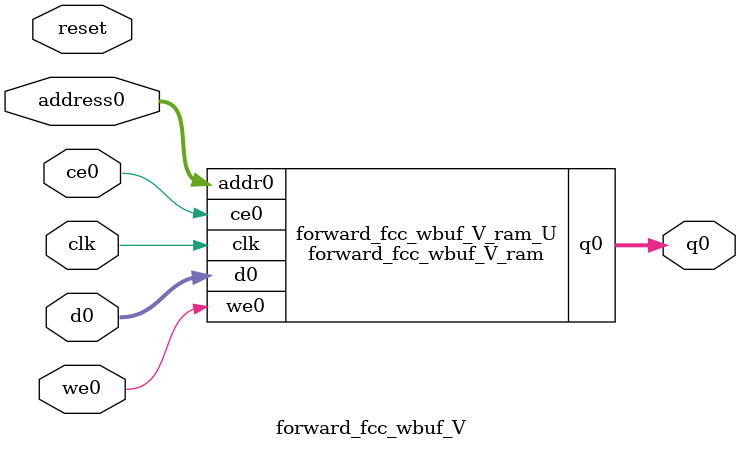
<source format=v>
`timescale 1 ns / 1 ps
module forward_fcc_wbuf_V_ram (addr0, ce0, d0, we0, q0,  clk);

parameter DWIDTH = 16;
parameter AWIDTH = 14;
parameter MEM_SIZE = 10000;

input[AWIDTH-1:0] addr0;
input ce0;
input[DWIDTH-1:0] d0;
input we0;
output reg[DWIDTH-1:0] q0;
input clk;

reg [DWIDTH-1:0] ram[0:MEM_SIZE-1];




always @(posedge clk)  
begin 
    if (ce0) begin
        if (we0) 
            ram[addr0] <= d0; 
        q0 <= ram[addr0];
    end
end


endmodule

`timescale 1 ns / 1 ps
module forward_fcc_wbuf_V(
    reset,
    clk,
    address0,
    ce0,
    we0,
    d0,
    q0);

parameter DataWidth = 32'd16;
parameter AddressRange = 32'd10000;
parameter AddressWidth = 32'd14;
input reset;
input clk;
input[AddressWidth - 1:0] address0;
input ce0;
input we0;
input[DataWidth - 1:0] d0;
output[DataWidth - 1:0] q0;



forward_fcc_wbuf_V_ram forward_fcc_wbuf_V_ram_U(
    .clk( clk ),
    .addr0( address0 ),
    .ce0( ce0 ),
    .we0( we0 ),
    .d0( d0 ),
    .q0( q0 ));

endmodule


</source>
